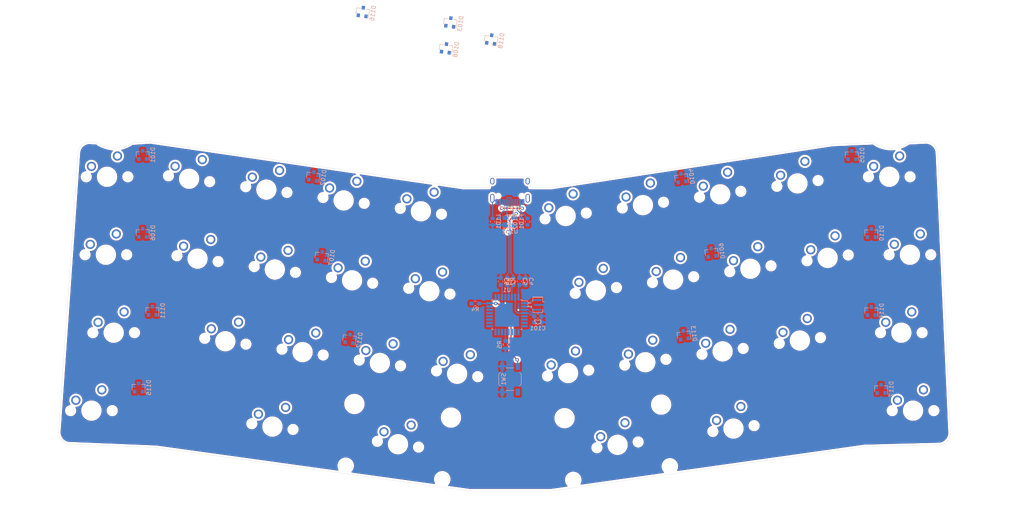
<source format=kicad_pcb>
(kicad_pcb (version 20210623) (generator pcbnew)
  (layers (0 "F.Cu" signal) (31 "B.Cu" signal) (34 "B.Paste" user) (35 "F.Paste" user) (36 "B.SilkS" user "B.Silkscreen") (37 "F.SilkS" user "F.Silkscreen") (38 "B.Mask" user) (39 "F.Mask" user) (44 "Edge.Cuts" user))
  (net 0 "")
  (net 1 "ROW0")
  (net 2 "Net-(D101-Pad1)")
  (net 3 "Net-(D101-Pad2)")
  (net 4 "Net-(D102-Pad1)")
  (net 5 "Net-(D102-Pad2)")
  (net 6 "Net-(D103-Pad1)")
  (net 7 "Net-(D103-Pad2)")
  (net 8 "Net-(D104-Pad1)")
  (net 9 "Net-(D104-Pad2)")
  (net 10 "Net-(D105-Pad1)")
  (net 11 "Net-(D105-Pad2)")
  (net 12 "ROW1")
  (net 13 "Net-(D106-Pad1)")
  (net 14 "Net-(D106-Pad2)")
  (net 15 "Net-(D107-Pad1)")
  (net 16 "Net-(D107-Pad2)")
  (net 17 "Net-(D108-Pad1)")
  (net 18 "Net-(D108-Pad2)")
  (net 19 "Net-(D109-Pad1)")
  (net 20 "Net-(D109-Pad2)")
  (net 21 "Net-(D110-Pad1)")
  (net 22 "Net-(D110-Pad2)")
  (net 23 "ROW2")
  (net 24 "Net-(D111-Pad1)")
  (net 25 "Net-(D111-Pad2)")
  (net 26 "Net-(D112-Pad1)")
  (net 27 "Net-(D112-Pad2)")
  (net 28 "Net-(D113-Pad1)")
  (net 29 "Net-(D113-Pad2)")
  (net 30 "Net-(D114-Pad1)")
  (net 31 "Net-(D114-Pad2)")
  (net 32 "Net-(D115-Pad1)")
  (net 33 "Net-(D115-Pad2)")
  (net 34 "ROW3")
  (net 35 "Net-(D116-Pad1)")
  (net 36 "Net-(D116-Pad2)")
  (net 37 "Net-(D117-Pad1)")
  (net 38 "Net-(D117-Pad2)")
  (net 39 "Net-(D118-Pad1)")
  (net 40 "Net-(D118-Pad2)")
  (net 41 "+5V")
  (net 42 "Col0")
  (net 43 "Col1")
  (net 44 "Col2")
  (net 45 "Col3")
  (net 46 "Col4")
  (net 47 "Col5")
  (net 48 "Col6")
  (net 49 "Col7")
  (net 50 "Col8")
  (net 51 "Col9")
  (net 52 "Net-(R4-Pad2)")
  (net 53 "GND")
  (net 54 "D+")
  (net 55 "D-")
  (net 56 "Net-(R5-Pad1)")
  (net 57 "Net-(C6-Pad1)")
  (net 58 "Net-(USB101-Pad3)")
  (net 59 "Net-(USB101-Pad9)")
  (net 60 "VBUS")
  (net 61 "Earth")
  (net 62 "CC1")
  (net 63 "CC2")
  (net 64 "Net-(R2-Pad1)")
  (net 65 "Net-(R3-Pad1)")
  (net 66 "Net-(U1-Pad26)")
  (net 67 "Net-(U1-Pad25)")
  (net 68 "Net-(U1-Pad23)")
  (net 69 "Net-(U1-Pad22)")
  (net 70 "Net-(U1-Pad21)")
  (net 71 "Net-(U1-Pad20)")
  (net 72 "Net-(U1-Pad19)")
  (net 73 "Net-(U1-Pad18)")
  (net 74 "Net-(U1-Pad17)")
  (net 75 "Net-(U1-Pad16)")
  (net 76 "Net-(U1-Pad15)")
  (net 77 "Net-(U1-Pad14)")
  (net 78 "Net-(U1-Pad12)")
  (net 79 "Net-(U1-Pad11)")
  (net 80 "Net-(U1-Pad10)")
  (net 81 "Net-(U1-Pad9)")
  (net 82 "Net-(U1-Pad8)")
  (net 83 "Net-(U1-Pad7)")
  (net 84 "Net-(U1-Pad6)")
  (net 85 "Net-(U1-Pad5)")
  (net 86 "Net-(U1-Pad2)")
  (net 87 "Net-(U1-Pad1)")
  (footprint "MX_Only:MXOnly-1U-NoLED" (layer "F.Cu") (at 47.224098 52.505797)
    (fp_text reference "MX1")
    (fp_text value "MX-NoLED")
  )
  (footprint "MX_Only:MXOnly-1U-NoLED" (layer "F.Cu") (at 46.938345 71.555792)
    (fp_text reference "MX2")
    (fp_text value "MX-NoLED")
  )
  (footprint "MX_Only:MXOnly-1U-NoLED" (layer "F.Cu") (at 48.843349 90.605792)
    (fp_text reference "MX3")
    (fp_text value "MX-NoLED")
  )
  (footprint "MX_Only:MXOnly-1U-NoLED" (layer "F.Cu") (at 67.255813 52.984519 -8)
    (fp_text reference "MX4")
    (fp_text value "MX-NoLED")
  )
  (footprint "MX_Only:MXOnly-1U-NoLED" (layer "F.Cu") (at 69.320718 72.511939 -8)
    (fp_text reference "MX5")
    (fp_text value "MX-NoLED")
  )
  (footprint "MX_Only:MXOnly-1U-NoLED" (layer "F.Cu") (at 76.101773 92.702167 -8)
    (fp_text reference "MX6")
    (fp_text value "MX-NoLED")
  )
  (footprint "MX_Only:MXOnly-1U-NoLED" (layer "F.Cu") (at 86.120419 55.635772 -8)
    (fp_text reference "MX7")
    (fp_text value "MX-NoLED")
  )
  (footprint "MX_Only:MXOnly-1U-NoLED" (layer "F.Cu") (at 88.185324 75.16319 -8)
    (fp_text reference "MX8")
    (fp_text value "MX-NoLED")
  )
  (footprint "MX_Only:MXOnly-1U-NoLED" (layer "F.Cu") (at 94.966377 95.353421 -8)
    (fp_text reference "MX9")
    (fp_text value "MX-NoLED")
  )
  (footprint "MX_Only:MXOnly-1U-NoLED" (layer "F.Cu") (at 43.414097 109.655795)
    (fp_text reference "MX10")
    (fp_text value "MX-NoLED")
  )
  (footprint "MX_Only:MXOnly-1U-NoLED" (layer "F.Cu") (at 104.985026 58.287015 -8)
    (fp_text reference "MX11")
    (fp_text value "MX-NoLED")
  )
  (footprint "MX_Only:MXOnly-1U-NoLED" (layer "F.Cu") (at 107.049932 77.814434 -8)
    (fp_text reference "MX12")
    (fp_text value "MX-NoLED")
  )
  (footprint "MX_Only:MXOnly-1U-NoLED" (layer "F.Cu") (at 113.830984 98.004667 -8)
    (fp_text reference "MX13")
    (fp_text value "MX-NoLED")
  )
  (footprint "MX_Only:MXOnly-1U-NoLED" (layer "F.Cu") (at 87.59898 113.555216 -8)
    (fp_text reference "MX15")
    (fp_text value "MX-NoLED")
  )
  (footprint "MX_Only:MXOnly-1U-NoLED" (layer "F.Cu") (at 123.849633 60.938263 -8)
    (fp_text reference "MX16")
    (fp_text value "MX-NoLED")
  )
  (footprint "MX_Only:MXOnly-1U-NoLED" (layer "F.Cu") (at 132.695592 100.655911 -8)
    (fp_text reference "MX18")
    (fp_text value "MX-NoLED")
  )
  (footprint "MX_Only:MXOnly-2.25U-ReversedStabilizers-NoLED" (layer "F.Cu") (at 118.253967 117.863488 -8)
    (fp_text reference "MX19")
    (fp_text value "MX-NoLED")
  )
  (footprint "MX_Only:MXOnly-1U-NoLED" (layer "F.Cu") (at 159.198859 62.082311 8)
    (fp_text reference "MX20")
    (fp_text value "MX-NoLED")
  )
  (footprint "MX_Only:MXOnly-1U-NoLED" (layer "F.Cu") (at 166.566256 80.284108 8)
    (fp_text reference "MX21")
    (fp_text value "MX-NoLED")
  )
  (footprint "MX_Only:MXOnly-1U-NoLED" (layer "F.Cu") (at 159.785204 100.474336 8)
    (fp_text reference "MX22")
    (fp_text value "MX-NoLED")
  )
  (footprint "MX_Only:MXOnly-1U-NoLED" (layer "F.Cu") (at 178.063469 59.431067 8)
    (fp_text reference "MX23")
    (fp_text value "MX-NoLED")
  )
  (footprint "MX_Only:MXOnly-1U-NoLED" (layer "F.Cu") (at 185.430864 77.632862 8)
    (fp_text reference "MX24")
    (fp_text value "MX-NoLED")
  )
  (footprint "MX_Only:MXOnly-1U-NoLED" (layer "F.Cu") (at 178.649808 97.823091 8)
    (fp_text reference "MX25")
    (fp_text value "MX-NoLED")
  )
  (footprint "MX_Only:MXOnly-2U-ReversedStabilizers-NoLED" (layer "F.Cu") (at 171.868756 118.01332 8)
    (fp_text reference "MX26")
    (fp_text value "MX-NoLED")
  )
  (footprint "MX_Only:MXOnly-1U-NoLED" (layer "F.Cu") (at 196.92807 56.779814 8)
    (fp_text reference "MX27")
    (fp_text value "MX-NoLED")
  )
  (footprint "MX_Only:MXOnly-1U-NoLED" (layer "F.Cu") (at 204.295468 74.981613 8)
    (fp_text reference "MX28")
    (fp_text value "MX-NoLED")
  )
  (footprint "MX_Only:MXOnly-1U-NoLED" (layer "F.Cu") (at 197.514418 95.171839 8)
    (fp_text reference "MX29")
    (fp_text value "MX-NoLED")
  )
  (footprint "MX_Only:MXOnly-1U-NoLED" (layer "F.Cu") (at 200.165661 114.036448 8)
    (fp_text reference "MX30")
    (fp_text value "MX-NoLED")
  )
  (footprint "MX_Only:MXOnly-1U-NoLED" (layer "F.Cu") (at 215.79268 54.12857 8)
    (fp_text reference "MX32")
    (fp_text value "MX-NoLED")
  )
  (footprint "MX_Only:MXOnly-1U-NoLED" (layer "F.Cu") (at 223.160077 72.330367 8)
    (fp_text reference "MX33")
    (fp_text value "MX-NoLED")
  )
  (footprint "MX_Only:MXOnly-1U-NoLED" (layer "F.Cu") (at 216.379022 92.520596 8)
    (fp_text reference "MX34")
    (fp_text value "MX-NoLED")
  )
  (footprint "MX_Only:MXOnly-1U-NoLED" (layer "F.Cu") (at 244.010597 109.655797)
    (fp_text reference "MX35")
    (fp_text value "MX-NoLED")
  )
  (footprint "MX_Only:MXOnly-1U-NoLED" (layer "F.Cu") (at 238.200348 52.505797)
    (fp_text reference "MX36")
    (fp_text value "MX-NoLED")
  )
  (footprint "MX_Only:MXOnly-1U-NoLED" (layer "F.Cu") (at 243.2486 71.555795)
    (fp_text reference "MX37")
    (fp_text value "MX-NoLED")
  )
  (footprint "MX_Only:MXOnly-1U-NoLED" (layer "F.Cu") (at 241.1531 90.605798)
    (fp_text reference "MX38")
    (fp_text value "MX-NoLED")
  )
  (footprint "MX_Only:MXOnly-1U-NoLED" (layer "F.Cu") (at 125.914536 80.465686 -8)
    (fp_text reference "MX17")
    (fp_text value "MX-NoLED")
  )
  (footprint "Keebio-Parts:SW_SPST_TL3342" (layer "B.Cu") (at 145.604099 101.970796 -90)
    (fp_text reference "SW1")
    (fp_text value "SW_Push")
  )
  (footprint "Package_TO_SOT_SMD:SOT-23" (layer "B.Cu") (at 55.916566 47.152002 90)
    (fp_text reference "D101")
    (fp_text value "BAV70")
  )
  (footprint "Package_TO_SOT_SMD:SOT-23" (layer "B.Cu") (at 97.566306 52.339692 82)
    (fp_text reference "D102")
    (fp_text value "BAV70")
  )
  (footprint "Package_TO_SOT_SMD:SOT-23" (layer "B.Cu") (at 131.025405 14.72803 82)
    (fp_text reference "D103")
    (fp_text value "BAV70")
  )
  (footprint "Package_TO_SOT_SMD:SOT-23" (layer "B.Cu") (at 187.455285 52.758571 98)
    (fp_text reference "D104")
    (fp_text value "BAV70")
  )
  (footprint "Package_TO_SOT_SMD:SOT-23" (layer "B.Cu") (at 229.072429 47.19923 90)
    (fp_text reference "D105")
    (fp_text value "BAV70")
  )
  (footprint "Package_TO_SOT_SMD:SOT-23" (layer "B.Cu") (at 55.916566 66.202001 90)
    (fp_text reference "D106")
    (fp_text value "BAV70")
  )
  (footprint "Package_TO_SOT_SMD:SOT-23" (layer "B.Cu") (at 99.631209 71.867116 82)
    (fp_text reference "D107")
    (fp_text value "BAV70")
  )
  (footprint "Package_TO_SOT_SMD:SOT-23" (layer "B.Cu") (at 194.822678 70.960365 98)
    (fp_text reference "D109")
    (fp_text value "BAV70")
  )
  (footprint "Package_TO_SOT_SMD:SOT-23" (layer "B.Cu") (at 233.834927 66.249229 90)
    (fp_text reference "D110")
    (fp_text value "BAV70")
  )
  (footprint "Package_TO_SOT_SMD:SOT-23" (layer "B.Cu") (at 58.297818 85.251999 90)
    (fp_text reference "D111")
    (fp_text value "BAV70")
  )
  (footprint "Package_TO_SOT_SMD:SOT-23" (layer "B.Cu") (at 106.412265 92.057342 82)
    (fp_text reference "D112")
    (fp_text value "BAV70")
  )
  (footprint "Package_TO_SOT_SMD:SOT-23" (layer "B.Cu") (at 188.041628 91.150592 98)
    (fp_text reference "D113")
    (fp_text value "BAV70")
  )
  (footprint "Package_TO_SOT_SMD:SOT-23" (layer "B.Cu") (at 233.834929 85.299226 90)
    (fp_text reference "D114")
    (fp_text value "BAV70")
  )
  (footprint "Package_TO_SOT_SMD:SOT-23" (layer "B.Cu") (at 54.916811 104.009652 90)
    (fp_text reference "D115")
    (fp_text value "BAV70")
  )
  (footprint "Package_TO_SOT_SMD:SOT-23" (layer "B.Cu") (at 109.644506 12.179708 82)
    (fp_text reference "D116")
    (fp_text value "BAV70")
  )
  (footprint "Package_TO_SOT_SMD:SOT-23" (layer "B.Cu") (at 236.216181 104.349227 90)
    (fp_text reference "D117")
    (fp_text value "BAV70")
  )
  (footprint "Package_TO_SOT_SMD:SOT-23" (layer "B.Cu") (at 141.000405 18.90303 82)
    (fp_text reference "D118")
    (fp_text value "BAV70")
  )
  (footprint "Capacitor_SMD:C_0603_1608Metric_Pad1.08x0.95mm_HandSolder" (layer "B.Cu") (at 152.396992 86.57435)
    (fp_text reference "C2")
    (fp_text value ".1uF")
  )
  (footprint "Capacitor_SMD:C_0603_1608Metric_Pad1.08x0.95mm_HandSolder" (layer "B.Cu") (at 149.396992 78.07435 90)
    (fp_text reference "C4")
    (fp_text value ".1uF")
  )
  (footprint "Capacitor_SMD:C_0603_1608Metric_Pad1.08x0.95mm_HandSolder" (layer "B.Cu") (at 147.896993 78.07435 90)
    (fp_text reference "C5")
    (fp_text value "10uF")
  )
  (footprint "Capacitor_SMD:C_0603_1608Metric_Pad1.08x0.95mm_HandSolder" (layer "B.Cu") (at 143.354099 78.074349 90)
    (fp_text reference "C6")
    (fp_text value "1uF")
  )
  (footprint "Capacitor_SMD:C_0603_1608Metric_Pad1.08x0.95mm_HandSolder" (layer "B.Cu") (at 152.396992 88.074349)
    (fp_text reference "C101")
    (fp_text value ".1uF")
  )
  (footprint "Resistor_SMD:R_0603_1608Metric_Pad0.98x0.95mm_HandSolder" (layer "B.Cu") (at 144.896991 78.074349 90)
    (fp_text reference "R2")
    (fp_text value "22")
  )
  (footprint "Resistor_SMD:R_0603_1608Metric_Pad0.98x0.95mm_HandSolder" (layer "B.Cu") (at 146.396992 78.074349 90)
    (fp_text reference "R3")
    (fp_text value "22")
  )
  (footprint "Resistor_SMD:R_0603_1608Metric_Pad0.98x0.95mm_HandSolder" (layer "B.Cu") (at 137.104099 83.470796)
    (fp_text reference "R4")
    (fp_text value "10k")
  )
  (footprint "Resistor_SMD:R_0603_1608Metric_Pad0.98x0.95mm_HandSolder" (layer "B.Cu") (at 144.471992 93.549349 -90)
    (fp_text reference "R5")
    (fp_text value "10k")
  )
  (footprint "Crystal:Resonator_SMD_muRata_CSTxExxV-3Pin_3.0x1.1mm" (layer "B.Cu") (at 152.396992 83.824349 -90)
    (fp_text reference "Y1")
    (fp_text value "16MHz")
  )
  (footprint "Package_TO_SOT_SMD:SOT-23" (layer "B.Cu") (at 129.964578 21.062762 82)
    (fp_text reference "D108")
    (fp_text value "BAV70")
  )
  (footprint "Fuse:Fuse_0603_1608Metric" (layer "B.Cu") (at 149.854099 63.470796 -90)
    (fp_text reference "F101")
    (fp_text value "700mA")
  )
  (footprint "Inductor_SMD:L_0603_1608Metric" (layer "B.Cu") (at 141.354099 63.470796 90)
    (fp_text reference "L101")
    (fp_text value "600R@100MHz")
  )
  (footprint "Resistor_SMD:R_0603_1608Metric" (layer "B.Cu") (at 142.854099 63.470796 90)
    (fp_text reference "R101")
    (fp_text value "5.1k")
  )
  (footprint "Resistor_SMD:R_0603_1608Metric" (layer "B.Cu") (at 148.354099 63.470796 -90)
    (fp_text reference "R102")
    (fp_text value "5.1k")
  )
  (footprint "Type-C:HRO-TYPE-C-31-M-12-Assembly" (layer "B.Cu") (at 145.604099 50.970796)
    (fp_text reference "USB101")
    (fp_text value "HRO-TYPE-C-31-M-12")
  )
  (footprint "Package_QFP:TQFP-32_7x7mm_P0.8mm" (layer "B.Cu") (at 144.861513 86.207383 180)
    (fp_text reference "U1")
    (fp_text value "ATmega32U2-AU")
  )
  (footprint "Package_TO_SOT_SMD:SOT-143" (layer "B.Cu") (at 145.604099 63.470796)
    (fp_text reference "U102")
    (fp_text value "PRTR5V0U2X")
  )
  (gr_line (start 150.514099 55.095797) (end 155.655491 55.106663) (layer "Edge.Cuts") (width 0.05))
  (gr_line (start 140.514099 55.095797) (end 134.319491 55.106664) (layer "Edge.Cuts") (width 0.05))
  (gr_arc (start 234.098033 45.147887) (end 234.118032 44.147888) (angle 47.86029709) (layer "Edge.Cuts") (width 0.05))
  (gr_line (start 224.362491 44.565663) (end 234.118032 44.147888) (layer "Edge.Cuts") (width 0.05))
  (gr_line (start 243.181645 44.140154) (end 247.095489 43.930665) (layer "Edge.Cuts") (width 0.05))
  (gr_arc (start 53.601816 45.219985) (end 53.581817 44.219985) (angle -43.44981936) (layer "Edge.Cuts") (width 0.05))
  (gr_arc (start 49.091244 38.181176) (end 52.899578 44.507762) (angle 63.25156719) (layer "Edge.Cuts") (width 0.05))
  (gr_arc (start 44.434413 45.122351) (end 44.454412 44.122352) (angle 45.0024509) (layer "Edge.Cuts") (width 0.05))
  (gr_line (start 57.738491 43.930664) (end 53.581817 44.219985) (layer "Edge.Cuts") (width 0.05))
  (gr_line (start 44.454412 44.122352) (end 42.849578 44.017762) (layer "Edge.Cuts") (width 0.05))
  (gr_line (start 59.194099 118.665796) (end 135.716491 129.274664) (layer "Edge.Cuts") (width 0.05))
  (gr_line (start 232.164099 118.455796) (end 155.65549 129.274663) (layer "Edge.Cuts") (width 0.05))
  (gr_line (start 155.655491 55.106663) (end 224.362491 44.565663) (layer "Edge.Cuts") (width 0.05))
  (gr_arc (start 247.095491 46.851664) (end 250.016491 46.851663) (angle -90) (layer "Edge.Cuts") (width 0.05))
  (gr_line (start 135.716491 129.274664) (end 155.65549 129.274663) (layer "Edge.Cuts") (width 0.05))
  (gr_line (start 134.319491 55.106664) (end 57.738491 43.930664) (layer "Edge.Cuts") (width 0.05))
  (gr_arc (start 238.624497 38.275533) (end 234.852961 44.491777) (angle -63.45157466) (layer "Edge.Cuts") (width 0.05))
  (gr_arc (start 243.201644 45.140154) (end 243.181645 44.140154) (angle -43.43602722) (layer "Edge.Cuts") (width 0.05))
  (gr_line (start 40.168249 46.851663) (end 35.386492 114.923664) (layer "Edge.Cuts") (width 0.05))
  (gr_arc (start 38.307492 114.923663) (end 35.386492 114.923664) (angle -77.19573393) (layer "Edge.Cuts") (width 0.05))
  (gr_arc (start 250.143491 115.050663) (end 250.651491 117.971664) (angle -80.13419306) (layer "Edge.Cuts") (width 0.05))
  (gr_arc (start 43.006491 46.851663) (end 42.849578 44.017762) (angle -86.83077081) (layer "Edge.Cuts") (width 0.05))
  (gr_line (start 140.514099 55.095797) (end 140.514099 52.455796) (layer "Edge.Cuts") (width 0.05))
  (gr_line (start 140.514099 52.455796) (end 150.514099 52.455796) (layer "Edge.Cuts") (width 0.05))
  (gr_line (start 37.660138 117.772026) (end 59.194099 118.665796) (layer "Edge.Cuts") (width 0.05))
  (gr_line (start 250.651491 117.971664) (end 232.164099 118.455796) (layer "Edge.Cuts") (width 0.05))
  (gr_line (start 150.514099 52.455796) (end 150.514099 55.095797) (layer "Edge.Cuts") (width 0.05))
  (gr_line (start 253.108336 115.050664) (end 250.016491 46.851663) (layer "Edge.Cuts") (width 0.05))
  (segment (start 150.146992 85.824349) (end 149.146993 85.82435) (width 0.25) (layer "B.Cu") (net 41))
  (segment (start 149.111513 85.807383) (end 147.380026 85.807383) (width 0.25) (layer "B.Cu") (net 41))
  (segment (start 151.534492 86.57435) (end 151.534493 86.46185) (width 0.25) (layer "B.Cu") (net 41))
  (segment (start 151.347003 86.27436) (end 150.597003 86.27436) (width 0.25) (layer "B.Cu") (net 41))
  (segment (start 147.380026 85.807383) (end 146.896992 85.32435) (width 0.25) (layer "B.Cu") (net 41))
  (segment (start 149.396992 78.936849) (end 148.034492 78.936849) (width 0.25) (layer "B.Cu") (net 41))
  (segment (start 147.661513 81.957383) (end 147.661513 79.309828) (width 0.25) (layer "B.Cu") (net 41))
  (segment (start 147.661513 79.309828) (end 147.896992 79.074349) (width 0.25) (layer "B.Cu") (net 41))
  (segment (start 146.896992 85.32435) (end 146.896992 82.07435) (width 0.25) (layer "B.Cu") (net 41))
  (segment (start 151.534493 86.46185) (end 151.347003 86.27436) (width 0.25) (layer "B.Cu") (net 41))
  (segment (start 151.534492 88.074349) (end 151.534492 86.711849) (width 0.25) (layer "B.Cu") (net 41))
  (segment (start 150.597003 86.27436) (end 150.146992 85.824349) (width 0.25) (layer "B.Cu") (net 41))
  (segment (start 148.034492 78.936849) (end 147.896992 79.074349) (width 0.25) (layer "B.Cu") (net 41))
  (segment (start 145.854099 95.720796) (end 145.854099 86.720796) (width 0.25) (layer "F.Cu") (net 52))
  (segment (start 145.854099 86.720796) (end 142.604099 83.470796) (width 0.25) (layer "F.Cu") (net 52))
  (segment (start 142.604099 83.470796) (end 142.104099 83.470796) (width 0.25) (layer "F.Cu") (net 52))
  (segment (start 147.354099 97.220796) (end 145.854099 95.720796) (width 0.25) (layer "F.Cu") (net 52))
  (via (at 142.104099 83.470796) (size 0.8) (drill 0.4) (layers "F.Cu" "B.Cu") (net 52))
  (via (at 147.354099 97.220796) (size 0.8) (drill 0.4) (layers "F.Cu" "B.Cu") (net 52))
  (segment (start 140.611513 83.407383) (end 142.040686 83.407383) (width 0.25) (layer "B.Cu") (net 52))
  (segment (start 147.504099 98.820796) (end 147.504099 97.370796) (width 0.25) (layer "B.Cu") (net 52))
  (segment (start 147.504099 97.370796) (end 147.354099 97.220796) (width 0.25) (layer "B.Cu") (net 52))
  (segment (start 138.016599 83.470796) (end 140.604099 83.470796) (width 0.25) (layer "B.Cu") (net 52))
  (segment (start 142.040686 83.407383) (end 142.104099 83.470796) (width 0.25) (layer "B.Cu") (net 52))
  (segment (start 146.121839 85.049196) (end 144.471992 83.399349) (width 0.25) (layer "F.Cu") (net 53))
  (segment (start 147.647146 85.049197) (end 146.121839 85.049196) (width 0.25) (layer "F.Cu") (net 53))
  (via (at 144.471992 83.399349) (size 0.8) (drill 0.4) (layers "F.Cu" "B.Cu") (net 53))
  (via (at 147.647146 85.049197) (size 0.8) (drill 0.4) (layers "F.Cu" "B.Cu") (net 53))
  (segment (start 147.688958 85.007384) (end 147.647146 85.049197) (width 0.25) (layer "B.Cu") (net 53))
  (segment (start 153.259492 86.574349) (end 153.259492 85.896852) (width 0.25) (layer "B.Cu") (net 53))
  (segment (start 153.331994 85.82435) (end 153.896992 85.259352) (width 0.25) (layer "B.Cu") (net 53))
  (segment (start 153.896992 85.259352) (end 153.896992 84.124349) (width 0.25) (layer "B.Cu") (net 53))
  (segment (start 150.080026 85.007383) (end 150.896992 85.824349) (width 0.25) (layer "B.Cu") (net 53))
  (segment (start 153.259492 85.896852) (end 153.331994 85.82435) (width 0.25) (layer "B.Cu") (net 53))
  (segment (start 149.111513 85.007383) (end 150.080026 85.007383) (width 0.25) (layer "B.Cu") (net 53))
  (segment (start 153.596992 83.824349) (end 152.396992 83.824349) (width 0.25) (layer "B.Cu") (net 53))
  (segment (start 153.896992 84.124349) (end 153.596992 83.824349) (width 0.25) (layer "B.Cu") (net 53))
  (segment (start 153.259492 88.074349) (end 153.259492 86.68685) (width 0.25) (layer "B.Cu") (net 53))
  (segment (start 149.111513 85.007383) (end 147.688958 85.007384) (width 0.25) (layer "B.Cu") (net 53))
  (segment (start 150.896992 85.824349) (end 153.331994 85.82435) (width 0.25) (layer "B.Cu") (net 53))
  (segment (start 144.471992 83.399349) (end 144.471993 81.949349) (width 0.25) (layer "B.Cu") (net 53))
  (segment (start 145.079103 65.970802) (end 145.604099 65.445806) (width 0.25) (layer "F.Cu") (net 54))
  (segment (start 145.604099 65.445806) (end 145.604099 62.970796) (width 0.25) (layer "F.Cu") (net 54))
  (segment (start 145.604099 62.970796) (end 147.104099 61.470796) (width 0.25) (layer "F.Cu") (net 54))
  (via (at 145.079103 65.970802) (size 0.8) (drill 0.4) (layers "F.Cu" "B.Cu") (net 54))
  (via (at 147.104099 61.470796) (size 0.8) (drill 0.4) (layers "F.Cu" "B.Cu") (net 54))
  (segment (start 144.896991 77.161849) (end 144.896991 76.427904) (width 0.25) (layer "B.Cu") (net 54))
  (segment (start 146.2641 59.715797) (end 146.354099 59.625798) (width 0.25) (layer "B.Cu") (net 54))
  (segment (start 145.4291 59.715797) (end 146.2641 59.715797) (width 0.25) (layer "B.Cu") (net 54))
  (segment (start 146.354099 59.625798) (end 146.354099 62.220796) (width 0.25) (layer "B.Cu") (net 54))
  (segment (start 146.354099 59.625798) (end 146.354099 58.720796) (width 0.25) (layer "B.Cu") (net 54))
  (segment (start 145.354099 75.970796) (end 145.354099 74.720796) (width 0.25) (layer "B.Cu") (net 54))
  (segment (start 146.354099 62.220796) (end 146.854099 62.720796) (width 0.25) (layer "B.Cu") (net 54))
  (segment (start 146.854099 61.720796) (end 146.854099 62.470796) (width 0.25) (layer "B.Cu") (net 54))
  (segment (start 145.354099 59.640796) (end 145.4291 59.715797) (width 0.25) (layer "B.Cu") (net 54))
  (segment (start 144.896991 76.427904) (end 145.354099 75.970796) (width 0.25) (layer "B.Cu") (net 54))
  (segment (start 145.354099 66.245798) (end 145.079103 65.970802) (width 0.25) (layer "B.Cu") (net 54))
  (segment (start 145.354099 74.720796) (end 145.354099 66.245798) (width 0.25) (layer "B.Cu") (net 54))
  (segment (start 147.104099 61.470796) (end 146.854099 61.720796) (width 0.25) (layer "B.Cu") (net 54))
  (segment (start 145.354099 58.665796) (end 145.354099 59.640796) (width 0.25) (layer "B.Cu") (net 54))
  (segment (start 144.854099 58.665796) (end 144.854099 57.690796) (width 0.25) (layer "B.Cu") (net 55))
  (segment (start 145.804109 65.670806) (end 145.604099 65.470796) (width 0.25) (layer "B.Cu") (net 55))
  (segment (start 144.9291 57.615795) (end 145.749098 57.615795) (width 0.25) (layer "B.Cu") (net 55))
  (segment (start 145.604099 63.455794) (end 144.869101 62.720796) (width 0.25) (layer "B.Cu") (net 55))
  (segment (start 145.854099 58.665796) (end 145.854099 57.720796) (width 0.25) (layer "B.Cu") (net 55))
  (segment (start 146.396992 77.161849) (end 146.396992 76.56368) (width 0.25) (layer "B.Cu") (net 55))
  (segment (start 144.854099 62.220796) (end 144.354099 62.720796) (width 0.25) (layer "B.Cu") (net 55))
  (segment (start 146.396992 76.56368) (end 145.804109 75.970797) (width 0.25) (layer "B.Cu") (net 55))
  (segment (start 145.749098 57.615795) (end 145.854099 57.720796) (width 0.25) (layer "B.Cu") (net 55))
  (segment (start 144.504099 62.520796) (end 144.304099 62.520796) (width 0.25) (layer "B.Cu") (net 55))
  (segment (start 145.804109 75.970797) (end 145.804109 65.670806) (width 0.25) (layer "B.Cu") (net 55))
  (segment (start 145.604099 65.470796) (end 145.604099 63.455794) (width 0.25) (layer "B.Cu") (net 55))
  (segment (start 144.854099 57.690796) (end 144.9291 57.615795) (width 0.25) (layer "B.Cu") (net 55))
  (segment (start 144.854099 58.665796) (end 144.854099 62.220796) (width 0.25) (layer "B.Cu") (net 55))
  (segment (start 144.471992 92.636849) (end 144.471992 90.449349) (width 0.25) (layer "B.Cu") (net 56))
  (segment (start 143.661513 79.27821) (end 143.354099 78.970796) (width 0.25) (layer "B.Cu") (net 57))
  (segment (start 143.661513 81.957383) (end 143.661513 79.27821) (width 0.25) (layer "B.Cu") (net 57))
  (segment (start 143.603946 60.195643) (end 148.578946 60.195643) (width 0.25) (layer "F.Cu") (net 60))
  (segment (start 148.578946 60.195643) (end 148.604099 60.220796) (width 0.25) (layer "F.Cu") (net 60))
  (via (at 148.604099 60.220796) (size 0.8) (drill 0.4) (layers "F.Cu" "B.Cu") (net 60))
  (via (at 143.603946 60.195643) (size 0.8) (drill 0.4) (layers "F.Cu" "B.Cu") (net 60))
  (segment (start 147.804109 60.461394) (end 149.854099 62.511384) (width 0.25) (layer "B.Cu") (net 60))
  (segment (start 148.104099 59.720796) (end 148.604099 60.220796) (width 0.25) (layer "B.Cu") (net 60))
  (segment (start 148.104099 58.720796) (end 148.104099 59.720796) (width 0.25) (layer "B.Cu") (net 60))
  (segment (start 143.154099 59.745796) (end 143.603946 60.195643) (width 0.25) (layer "B.Cu") (net 60))
  (segment (start 143.154099 58.665796) (end 143.154099 59.745796) (width 0.25) (layer "B.Cu") (net 60))
  (segment (start 148.054099 58.665796) (end 148.054099 59.470806) (width 0.25) (layer "B.Cu") (net 60))
  (segment (start 149.854099 62.511384) (end 149.854099 62.720796) (width 0.25) (layer "B.Cu") (net 60))
  (segment (start 148.104099 59.720796) (end 147.804109 59.720796) (width 0.25) (layer "B.Cu") (net 60))
  (segment (start 147.804109 59.720796) (end 147.804109 60.461394) (width 0.25) (layer "B.Cu") (net 60))
  (segment (start 148.054099 59.470806) (end 147.804109 59.720796) (width 0.25) (layer "B.Cu") (net 60))
  (segment (start 141.354099 62.683296) (end 141.354099 57.720796) (width 0.25) (layer "B.Cu") (net 61))
  (segment (start 141.354099 57.720796) (end 141.104099 57.720796) (width 0.25) (layer "B.Cu") (net 61))
  (segment (start 142.299099 58.665796) (end 141.604099 57.970796) (width 0.25) (layer "B.Cu") (net 61))
  (segment (start 141.604099 57.970796) (end 141.354099 57.720796) (width 0.25) (layer "B.Cu") (net 61))
  (segment (start 142.379099 58.665796) (end 142.299099 58.665796) (width 0.25) (layer "B.Cu") (net 61))
  (segment (start 142.854099 61.970796) (end 144.354099 60.470796) (width 0.25) (layer "B.Cu") (net 62))
  (segment (start 144.354099 60.470796) (end 144.354099 58.720796) (width 0.25) (layer "B.Cu") (net 62))
  (segment (start 142.854099 62.645796) (end 142.854099 61.970796) (width 0.25) (layer "B.Cu") (net 62))
  (segment (start 148.354099 61.647794) (end 147.354099 60.647794) (width 0.25) (layer "B.Cu") (net 63))
  (segment (start 148.354099 62.645796) (end 148.354099 61.647794) (width 0.25) (layer "B.Cu") (net 63))
  (segment (start 147.354099 60.647794) (end 147.354099 58.720796) (width 0.25) (layer "B.Cu") (net 63))
  (segment (start 144.896991 78.986849) (end 145.059492 78.986849) (width 0.25) (layer "B.Cu") (net 64))
  (segment (start 145.059492 78.986849) (end 145.261514 79.18887) (width 0.25) (layer "B.Cu") (net 64))
  (segment (start 145.261513 81.957384) (end 145.261514 79.18887) (width 0.25) (layer "B.Cu") (net 64))
  (segment (start 146.396992 78.986849) (end 146.396992 79.074349) (width 0.25) (layer "B.Cu") (net 65))
  (segment (start 146.396992 79.074349) (end 146.061513 79.409828) (width 0.25) (layer "B.Cu") (net 65))
  (segment (start 146.061514 81.957384) (end 146.061513 79.409828) (width 0.25) (layer "B.Cu") (net 65))
  (segment (start 149.111513 84.207383) (end 150.380026 84.207384) (width 0.25) (layer "B.Cu") (net 86))
  (segment (start 151.196992 85.02435) (end 152.396992 85.02435) (width 0.25) (layer "B.Cu") (net 86))
  (segment (start 150.380026 84.207384) (end 151.196992 85.02435) (width 0.25) (layer "B.Cu") (net 86))
  (segment (start 150.313958 83.407383) (end 151.096992 82.624349) (width 0.25) (layer "B.Cu") (net 87))
  (segment (start 152.396992 82.624349) (end 151.096992 82.624349) (width 0.25) (layer "B.Cu") (net 87))
  (segment (start 149.111513 83.407383) (end 150.313958 83.407383) (width 0.25) (layer "B.Cu") (net 87))
  (zone (net 53) (net_name "GND") (layers F&B.Cu) (connect_pads (clearance 0.508)) (min_thickness 0.254) (fill yes (thermal_gap 0.508) (thermal_bridge_width 0.508))
    (polygon (pts (xy 269.6791 135.28017) (xy 22.029098 137.661422) (xy 21.088475 27.220797) (xy 271.119724 27.220796)))
  )
)
</source>
